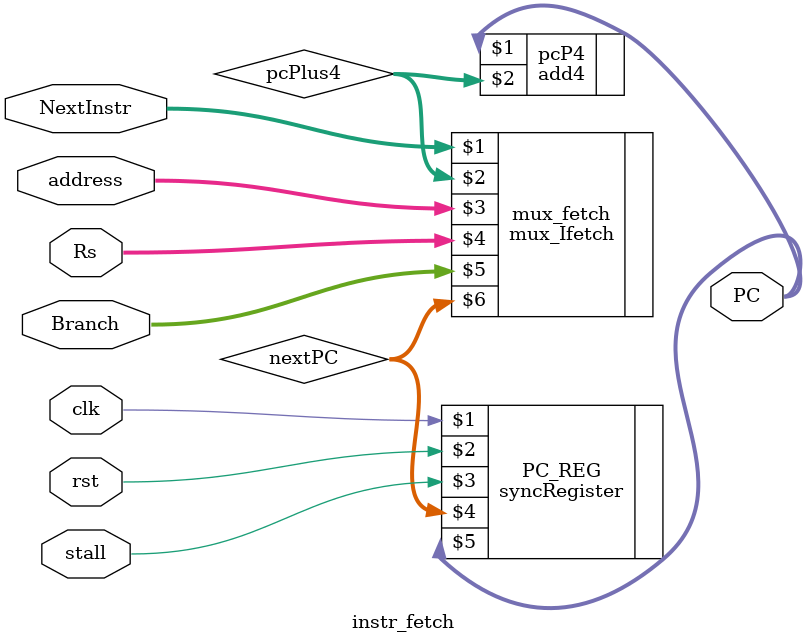
<source format=sv>
module instr_fetch(input logic clk, rst, stall,
					    input logic [1:0]NextInstr,
						 input logic [31:0] address, Rs, Branch,
						 
						 output logic [31:0] PC);

						 
	
	logic[31:0] pcPlus4, nextPC;
	
	mux_Ifetch mux_fetch (NextInstr, pcPlus4, address, Rs, Branch, nextPC);
	
	syncRegister PC_REG (clk, rst, stall, nextPC, PC);
	
	add4 pcP4 (PC, pcPlus4);
	
endmodule
</source>
